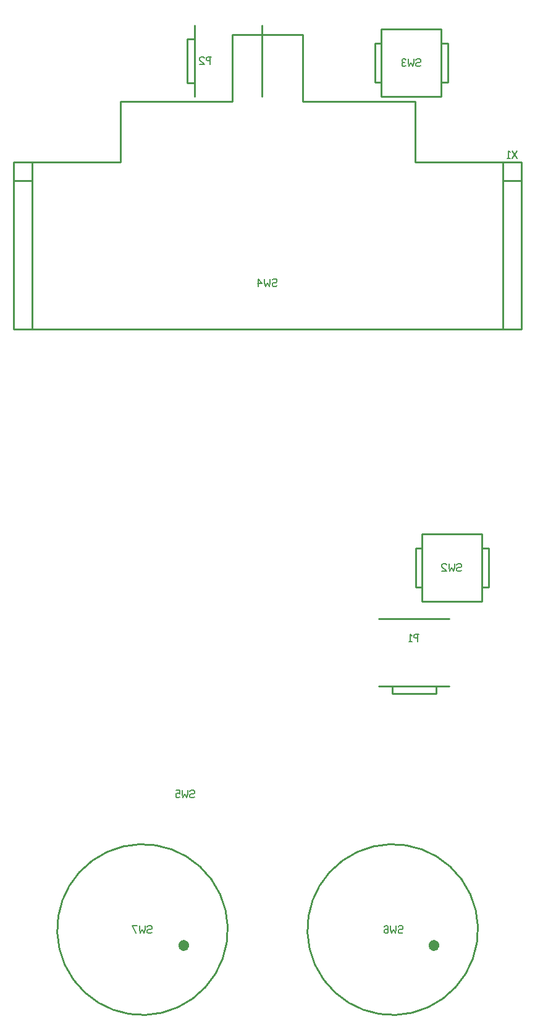
<source format=gbr>
G04 start of page 9 for group -4078 idx -4078 *
G04 Title: (unknown), bottomsilk *
G04 Creator: pcb 20140316 *
G04 CreationDate: Thu 09 Feb 2017 01:57:55 AM GMT UTC *
G04 For: railfan *
G04 Format: Gerber/RS-274X *
G04 PCB-Dimensions (mil): 2750.00 5500.00 *
G04 PCB-Coordinate-Origin: lower left *
%MOIN*%
%FSLAX25Y25*%
%LNBOTTOMSILK*%
%ADD124C,0.0080*%
%ADD123C,0.0300*%
%ADD122C,0.0100*%
G54D122*X500Y468500D02*Y458500D01*
X10500D01*
X500Y468500D02*X10500D01*
X500D02*Y378500D01*
X10500Y468500D02*Y378500D01*
X264500Y468500D02*Y458500D01*
X274500D01*
X264500Y468500D02*X274500D01*
X264500D02*Y378500D01*
X274500Y468500D02*Y378500D01*
X500Y468500D02*X58000D01*
X500Y378500D02*X274500D01*
X58000Y501000D02*X118500D01*
X58000D02*Y468500D01*
X156500Y501000D02*X217000D01*
X118500Y537000D02*X156500D01*
X118500D02*Y501000D01*
X156500Y537000D02*Y501000D01*
X217000D02*Y468500D01*
X274500D01*
X197406Y222441D02*X235594D01*
X197406Y186220D02*X235594D01*
X204689Y182283D02*X228311D01*
Y186220D02*Y182283D01*
X204689Y186220D02*Y182283D01*
X253100Y268100D02*Y231900D01*
X220900Y268100D02*X253100D01*
X220900D02*Y231900D01*
X253100D01*
X256700Y260600D02*Y239400D01*
X217300Y260600D02*Y239400D01*
X253100D02*X256700D01*
X253100Y260600D02*X256700D01*
X217300Y239400D02*X220900D01*
X217300Y260600D02*X220900D01*
G54D123*X228487Y47343D02*G75*G03X228487Y47343I-1214J-882D01*G01*
G54D122*X242215Y82038D02*G75*G03X242215Y82038I-37215J-27038D01*G01*
G54D123*X93487Y47343D02*G75*G03X93487Y47343I-1214J-882D01*G01*
G54D122*X107215Y82038D02*G75*G03X107215Y82038I-37215J-27038D01*G01*
X231100Y540100D02*Y503900D01*
X198900Y540100D02*X231100D01*
X198900D02*Y503900D01*
X231100D01*
X234700Y532600D02*Y511400D01*
X195300Y532600D02*Y511400D01*
X231100D02*X234700D01*
X231100Y532600D02*X234700D01*
X195300Y511400D02*X198900D01*
X195300Y532600D02*X198900D01*
X134441Y503906D02*Y542094D01*
X98220Y503906D02*Y542094D01*
X94283Y511189D02*Y534811D01*
Y511189D02*X98220D01*
X94283Y534811D02*X98220D01*
G54D124*X272000Y470500D02*X269500Y474500D01*
X272000D02*X269500Y470500D01*
X268300Y473700D02*X267500Y474500D01*
Y470500D02*Y474500D01*
X266800Y470500D02*X268300D01*
X218000Y524000D02*X217500Y523500D01*
X218000Y524000D02*X219500D01*
X220000Y523500D02*X219500Y524000D01*
X220000Y522500D02*Y523500D01*
Y522500D02*X219500Y522000D01*
X218000D02*X219500D01*
X218000D02*X217500Y521500D01*
Y520500D02*Y521500D01*
X218000Y520000D02*X217500Y520500D01*
X218000Y520000D02*X219500D01*
X220000Y520500D02*X219500Y520000D01*
X216300Y522000D02*Y524000D01*
Y522000D02*X215800Y520000D01*
X214800Y522000D01*
X213800Y520000D01*
X213300Y522000D01*
Y524000D01*
X212100Y523500D02*X211600Y524000D01*
X210600D02*X211600D01*
X210600D02*X210100Y523500D01*
X210600Y520000D02*X210100Y520500D01*
X210600Y520000D02*X211600D01*
X212100Y520500D02*X211600Y520000D01*
X210600Y522200D02*X211600D01*
X210100Y522700D02*Y523500D01*
Y520500D02*Y521700D01*
X210600Y522200D01*
X210100Y522700D02*X210600Y522200D01*
X106500Y521000D02*Y525000D01*
X105000D02*X107000D01*
X105000D02*X104500Y524500D01*
Y523500D02*Y524500D01*
X105000Y523000D02*X104500Y523500D01*
X105000Y523000D02*X106500D01*
X103300Y524500D02*X102800Y525000D01*
X101300D02*X102800D01*
X101300D02*X100800Y524500D01*
Y523500D02*Y524500D01*
X103300Y521000D02*X100800Y523500D01*
Y521000D02*X103300D01*
X140500Y405500D02*X140000Y405000D01*
X140500Y405500D02*X142000D01*
X142500Y405000D02*X142000Y405500D01*
X142500Y404000D02*Y405000D01*
Y404000D02*X142000Y403500D01*
X140500D02*X142000D01*
X140500D02*X140000Y403000D01*
Y402000D02*Y403000D01*
X140500Y401500D02*X140000Y402000D01*
X140500Y401500D02*X142000D01*
X142500Y402000D02*X142000Y401500D01*
X138800Y403500D02*Y405500D01*
Y403500D02*X138300Y401500D01*
X137300Y403500D01*
X136300Y401500D01*
X135800Y403500D01*
Y405500D01*
X134600Y403000D02*X132600Y405500D01*
X132100Y403000D02*X134600D01*
X132600Y401500D02*Y405500D01*
X240000Y252000D02*X239500Y251500D01*
X240000Y252000D02*X241500D01*
X242000Y251500D02*X241500Y252000D01*
X242000Y250500D02*Y251500D01*
Y250500D02*X241500Y250000D01*
X240000D02*X241500D01*
X240000D02*X239500Y249500D01*
Y248500D02*Y249500D01*
X240000Y248000D02*X239500Y248500D01*
X240000Y248000D02*X241500D01*
X242000Y248500D02*X241500Y248000D01*
X238300Y250000D02*Y252000D01*
Y250000D02*X237800Y248000D01*
X236800Y250000D01*
X235800Y248000D01*
X235300Y250000D01*
Y252000D01*
X234100Y251500D02*X233600Y252000D01*
X232100D02*X233600D01*
X232100D02*X231600Y251500D01*
Y250500D02*Y251500D01*
X234100Y248000D02*X231600Y250500D01*
Y248000D02*X234100D01*
X73000Y57000D02*X72500Y56500D01*
X73000Y57000D02*X74500D01*
X75000Y56500D02*X74500Y57000D01*
X75000Y55500D02*Y56500D01*
Y55500D02*X74500Y55000D01*
X73000D02*X74500D01*
X73000D02*X72500Y54500D01*
Y53500D02*Y54500D01*
X73000Y53000D02*X72500Y53500D01*
X73000Y53000D02*X74500D01*
X75000Y53500D02*X74500Y53000D01*
X71300Y55000D02*Y57000D01*
Y55000D02*X70800Y53000D01*
X69800Y55000D01*
X68800Y53000D01*
X68300Y55000D01*
Y57000D01*
X66600Y53000D02*X64600Y57000D01*
X67100D01*
X208500D02*X208000Y56500D01*
X208500Y57000D02*X210000D01*
X210500Y56500D02*X210000Y57000D01*
X210500Y55500D02*Y56500D01*
Y55500D02*X210000Y55000D01*
X208500D02*X210000D01*
X208500D02*X208000Y54500D01*
Y53500D02*Y54500D01*
X208500Y53000D02*X208000Y53500D01*
X208500Y53000D02*X210000D01*
X210500Y53500D02*X210000Y53000D01*
X206800Y55000D02*Y57000D01*
Y55000D02*X206300Y53000D01*
X205300Y55000D01*
X204300Y53000D01*
X203800Y55000D01*
Y57000D01*
X201100D02*X200600Y56500D01*
X201100Y57000D02*X202100D01*
X202600Y56500D02*X202100Y57000D01*
X202600Y53500D02*Y56500D01*
Y53500D02*X202100Y53000D01*
X201100Y55200D02*X200600Y54700D01*
X201100Y55200D02*X202600D01*
X201100Y53000D02*X202100D01*
X201100D02*X200600Y53500D01*
Y54700D01*
X218500Y210000D02*Y214000D01*
X217000D02*X219000D01*
X217000D02*X216500Y213500D01*
Y212500D02*Y213500D01*
X217000Y212000D02*X216500Y212500D01*
X217000Y212000D02*X218500D01*
X215300Y213200D02*X214500Y214000D01*
Y210000D02*Y214000D01*
X213800Y210000D02*X215300D01*
X96000Y130000D02*X95500Y129500D01*
X96000Y130000D02*X97500D01*
X98000Y129500D02*X97500Y130000D01*
X98000Y128500D02*Y129500D01*
Y128500D02*X97500Y128000D01*
X96000D02*X97500D01*
X96000D02*X95500Y127500D01*
Y126500D02*Y127500D01*
X96000Y126000D02*X95500Y126500D01*
X96000Y126000D02*X97500D01*
X98000Y126500D02*X97500Y126000D01*
X94300Y128000D02*Y130000D01*
Y128000D02*X93800Y126000D01*
X92800Y128000D01*
X91800Y126000D01*
X91300Y128000D01*
Y130000D01*
X88100D02*X90100D01*
Y128000D02*Y130000D01*
Y128000D02*X89600Y128500D01*
X88600D02*X89600D01*
X88600D02*X88100Y128000D01*
Y126500D02*Y128000D01*
X88600Y126000D02*X88100Y126500D01*
X88600Y126000D02*X89600D01*
X90100Y126500D02*X89600Y126000D01*
M02*

</source>
